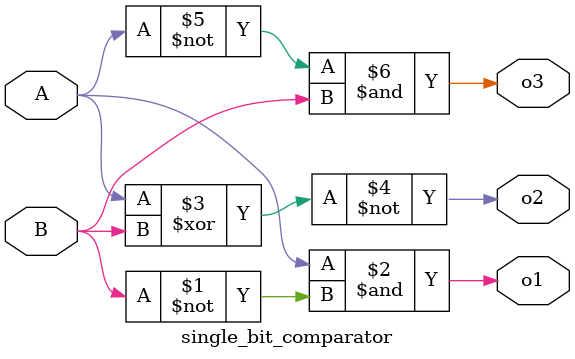
<source format=v>
module single_bit_comparator (
    input A,B, 
    output o1,o2,o3
);

    assign o1 = A & (~B);
    assign o2 = ~(A ^ B);
    assign o3 = (~A) & B;


endmodule
</source>
